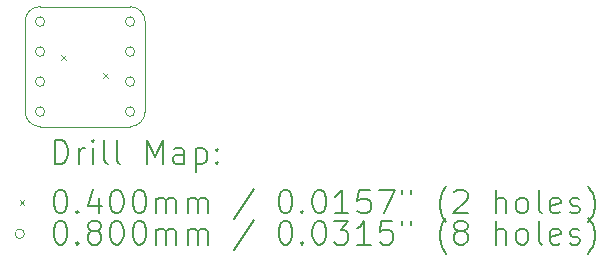
<source format=gbr>
%TF.GenerationSoftware,KiCad,Pcbnew,(6.0.7-1)-1*%
%TF.CreationDate,2022-08-10T01:27:00+02:00*%
%TF.ProjectId,soic8_3.9x4.9_to_dip,736f6963-385f-4332-9e39-78342e395f74,rev?*%
%TF.SameCoordinates,Original*%
%TF.FileFunction,Drillmap*%
%TF.FilePolarity,Positive*%
%FSLAX45Y45*%
G04 Gerber Fmt 4.5, Leading zero omitted, Abs format (unit mm)*
G04 Created by KiCad (PCBNEW (6.0.7-1)-1) date 2022-08-10 01:27:00*
%MOMM*%
%LPD*%
G01*
G04 APERTURE LIST*
%ADD10C,0.100000*%
%ADD11C,0.200000*%
%ADD12C,0.040000*%
%ADD13C,0.080000*%
G04 APERTURE END LIST*
D10*
X11430000Y-9779000D02*
X10668000Y-9779000D01*
X10668000Y-8763000D02*
X11430000Y-8763000D01*
X10668000Y-8763000D02*
G75*
G03*
X10541000Y-8890000I0J-127000D01*
G01*
X10541000Y-9652000D02*
X10541000Y-8890000D01*
X11430000Y-9779000D02*
G75*
G03*
X11557000Y-9652000I0J127000D01*
G01*
X11557000Y-8890000D02*
X11557000Y-9652000D01*
X11557000Y-8890000D02*
G75*
G03*
X11430000Y-8763000I-127000J0D01*
G01*
X10541000Y-9652000D02*
G75*
G03*
X10668000Y-9779000I127000J0D01*
G01*
D11*
D12*
X10848660Y-9177340D02*
X10888660Y-9217340D01*
X10888660Y-9177340D02*
X10848660Y-9217340D01*
X11204260Y-9329740D02*
X11244260Y-9369740D01*
X11244260Y-9329740D02*
X11204260Y-9369740D01*
D13*
X10708000Y-8890000D02*
G75*
G03*
X10708000Y-8890000I-40000J0D01*
G01*
X10708000Y-9144000D02*
G75*
G03*
X10708000Y-9144000I-40000J0D01*
G01*
X10708000Y-9398000D02*
G75*
G03*
X10708000Y-9398000I-40000J0D01*
G01*
X10708000Y-9652000D02*
G75*
G03*
X10708000Y-9652000I-40000J0D01*
G01*
X11470000Y-8890000D02*
G75*
G03*
X11470000Y-8890000I-40000J0D01*
G01*
X11470000Y-9144000D02*
G75*
G03*
X11470000Y-9144000I-40000J0D01*
G01*
X11470000Y-9398000D02*
G75*
G03*
X11470000Y-9398000I-40000J0D01*
G01*
X11470000Y-9652000D02*
G75*
G03*
X11470000Y-9652000I-40000J0D01*
G01*
D11*
X10793619Y-10094476D02*
X10793619Y-9894476D01*
X10841238Y-9894476D01*
X10869810Y-9904000D01*
X10888857Y-9923048D01*
X10898381Y-9942095D01*
X10907905Y-9980190D01*
X10907905Y-10008762D01*
X10898381Y-10046857D01*
X10888857Y-10065905D01*
X10869810Y-10084952D01*
X10841238Y-10094476D01*
X10793619Y-10094476D01*
X10993619Y-10094476D02*
X10993619Y-9961143D01*
X10993619Y-9999238D02*
X11003143Y-9980190D01*
X11012667Y-9970667D01*
X11031714Y-9961143D01*
X11050762Y-9961143D01*
X11117429Y-10094476D02*
X11117429Y-9961143D01*
X11117429Y-9894476D02*
X11107905Y-9904000D01*
X11117429Y-9913524D01*
X11126952Y-9904000D01*
X11117429Y-9894476D01*
X11117429Y-9913524D01*
X11241238Y-10094476D02*
X11222190Y-10084952D01*
X11212667Y-10065905D01*
X11212667Y-9894476D01*
X11346000Y-10094476D02*
X11326952Y-10084952D01*
X11317428Y-10065905D01*
X11317428Y-9894476D01*
X11574571Y-10094476D02*
X11574571Y-9894476D01*
X11641238Y-10037333D01*
X11707905Y-9894476D01*
X11707905Y-10094476D01*
X11888857Y-10094476D02*
X11888857Y-9989714D01*
X11879333Y-9970667D01*
X11860286Y-9961143D01*
X11822190Y-9961143D01*
X11803143Y-9970667D01*
X11888857Y-10084952D02*
X11869809Y-10094476D01*
X11822190Y-10094476D01*
X11803143Y-10084952D01*
X11793619Y-10065905D01*
X11793619Y-10046857D01*
X11803143Y-10027810D01*
X11822190Y-10018286D01*
X11869809Y-10018286D01*
X11888857Y-10008762D01*
X11984095Y-9961143D02*
X11984095Y-10161143D01*
X11984095Y-9970667D02*
X12003143Y-9961143D01*
X12041238Y-9961143D01*
X12060286Y-9970667D01*
X12069809Y-9980190D01*
X12079333Y-9999238D01*
X12079333Y-10056381D01*
X12069809Y-10075429D01*
X12060286Y-10084952D01*
X12041238Y-10094476D01*
X12003143Y-10094476D01*
X11984095Y-10084952D01*
X12165048Y-10075429D02*
X12174571Y-10084952D01*
X12165048Y-10094476D01*
X12155524Y-10084952D01*
X12165048Y-10075429D01*
X12165048Y-10094476D01*
X12165048Y-9970667D02*
X12174571Y-9980190D01*
X12165048Y-9989714D01*
X12155524Y-9980190D01*
X12165048Y-9970667D01*
X12165048Y-9989714D01*
D12*
X10496000Y-10404000D02*
X10536000Y-10444000D01*
X10536000Y-10404000D02*
X10496000Y-10444000D01*
D11*
X10831714Y-10314476D02*
X10850762Y-10314476D01*
X10869810Y-10324000D01*
X10879333Y-10333524D01*
X10888857Y-10352571D01*
X10898381Y-10390667D01*
X10898381Y-10438286D01*
X10888857Y-10476381D01*
X10879333Y-10495429D01*
X10869810Y-10504952D01*
X10850762Y-10514476D01*
X10831714Y-10514476D01*
X10812667Y-10504952D01*
X10803143Y-10495429D01*
X10793619Y-10476381D01*
X10784095Y-10438286D01*
X10784095Y-10390667D01*
X10793619Y-10352571D01*
X10803143Y-10333524D01*
X10812667Y-10324000D01*
X10831714Y-10314476D01*
X10984095Y-10495429D02*
X10993619Y-10504952D01*
X10984095Y-10514476D01*
X10974571Y-10504952D01*
X10984095Y-10495429D01*
X10984095Y-10514476D01*
X11165048Y-10381143D02*
X11165048Y-10514476D01*
X11117429Y-10304952D02*
X11069810Y-10447810D01*
X11193619Y-10447810D01*
X11307905Y-10314476D02*
X11326952Y-10314476D01*
X11346000Y-10324000D01*
X11355524Y-10333524D01*
X11365048Y-10352571D01*
X11374571Y-10390667D01*
X11374571Y-10438286D01*
X11365048Y-10476381D01*
X11355524Y-10495429D01*
X11346000Y-10504952D01*
X11326952Y-10514476D01*
X11307905Y-10514476D01*
X11288857Y-10504952D01*
X11279333Y-10495429D01*
X11269809Y-10476381D01*
X11260286Y-10438286D01*
X11260286Y-10390667D01*
X11269809Y-10352571D01*
X11279333Y-10333524D01*
X11288857Y-10324000D01*
X11307905Y-10314476D01*
X11498381Y-10314476D02*
X11517428Y-10314476D01*
X11536476Y-10324000D01*
X11546000Y-10333524D01*
X11555524Y-10352571D01*
X11565048Y-10390667D01*
X11565048Y-10438286D01*
X11555524Y-10476381D01*
X11546000Y-10495429D01*
X11536476Y-10504952D01*
X11517428Y-10514476D01*
X11498381Y-10514476D01*
X11479333Y-10504952D01*
X11469809Y-10495429D01*
X11460286Y-10476381D01*
X11450762Y-10438286D01*
X11450762Y-10390667D01*
X11460286Y-10352571D01*
X11469809Y-10333524D01*
X11479333Y-10324000D01*
X11498381Y-10314476D01*
X11650762Y-10514476D02*
X11650762Y-10381143D01*
X11650762Y-10400190D02*
X11660286Y-10390667D01*
X11679333Y-10381143D01*
X11707905Y-10381143D01*
X11726952Y-10390667D01*
X11736476Y-10409714D01*
X11736476Y-10514476D01*
X11736476Y-10409714D02*
X11746000Y-10390667D01*
X11765048Y-10381143D01*
X11793619Y-10381143D01*
X11812667Y-10390667D01*
X11822190Y-10409714D01*
X11822190Y-10514476D01*
X11917428Y-10514476D02*
X11917428Y-10381143D01*
X11917428Y-10400190D02*
X11926952Y-10390667D01*
X11946000Y-10381143D01*
X11974571Y-10381143D01*
X11993619Y-10390667D01*
X12003143Y-10409714D01*
X12003143Y-10514476D01*
X12003143Y-10409714D02*
X12012667Y-10390667D01*
X12031714Y-10381143D01*
X12060286Y-10381143D01*
X12079333Y-10390667D01*
X12088857Y-10409714D01*
X12088857Y-10514476D01*
X12479333Y-10304952D02*
X12307905Y-10562095D01*
X12736476Y-10314476D02*
X12755524Y-10314476D01*
X12774571Y-10324000D01*
X12784095Y-10333524D01*
X12793619Y-10352571D01*
X12803143Y-10390667D01*
X12803143Y-10438286D01*
X12793619Y-10476381D01*
X12784095Y-10495429D01*
X12774571Y-10504952D01*
X12755524Y-10514476D01*
X12736476Y-10514476D01*
X12717428Y-10504952D01*
X12707905Y-10495429D01*
X12698381Y-10476381D01*
X12688857Y-10438286D01*
X12688857Y-10390667D01*
X12698381Y-10352571D01*
X12707905Y-10333524D01*
X12717428Y-10324000D01*
X12736476Y-10314476D01*
X12888857Y-10495429D02*
X12898381Y-10504952D01*
X12888857Y-10514476D01*
X12879333Y-10504952D01*
X12888857Y-10495429D01*
X12888857Y-10514476D01*
X13022190Y-10314476D02*
X13041238Y-10314476D01*
X13060286Y-10324000D01*
X13069809Y-10333524D01*
X13079333Y-10352571D01*
X13088857Y-10390667D01*
X13088857Y-10438286D01*
X13079333Y-10476381D01*
X13069809Y-10495429D01*
X13060286Y-10504952D01*
X13041238Y-10514476D01*
X13022190Y-10514476D01*
X13003143Y-10504952D01*
X12993619Y-10495429D01*
X12984095Y-10476381D01*
X12974571Y-10438286D01*
X12974571Y-10390667D01*
X12984095Y-10352571D01*
X12993619Y-10333524D01*
X13003143Y-10324000D01*
X13022190Y-10314476D01*
X13279333Y-10514476D02*
X13165048Y-10514476D01*
X13222190Y-10514476D02*
X13222190Y-10314476D01*
X13203143Y-10343048D01*
X13184095Y-10362095D01*
X13165048Y-10371619D01*
X13460286Y-10314476D02*
X13365048Y-10314476D01*
X13355524Y-10409714D01*
X13365048Y-10400190D01*
X13384095Y-10390667D01*
X13431714Y-10390667D01*
X13450762Y-10400190D01*
X13460286Y-10409714D01*
X13469809Y-10428762D01*
X13469809Y-10476381D01*
X13460286Y-10495429D01*
X13450762Y-10504952D01*
X13431714Y-10514476D01*
X13384095Y-10514476D01*
X13365048Y-10504952D01*
X13355524Y-10495429D01*
X13536476Y-10314476D02*
X13669809Y-10314476D01*
X13584095Y-10514476D01*
X13736476Y-10314476D02*
X13736476Y-10352571D01*
X13812667Y-10314476D02*
X13812667Y-10352571D01*
X14107905Y-10590667D02*
X14098381Y-10581143D01*
X14079333Y-10552571D01*
X14069809Y-10533524D01*
X14060286Y-10504952D01*
X14050762Y-10457333D01*
X14050762Y-10419238D01*
X14060286Y-10371619D01*
X14069809Y-10343048D01*
X14079333Y-10324000D01*
X14098381Y-10295429D01*
X14107905Y-10285905D01*
X14174571Y-10333524D02*
X14184095Y-10324000D01*
X14203143Y-10314476D01*
X14250762Y-10314476D01*
X14269809Y-10324000D01*
X14279333Y-10333524D01*
X14288857Y-10352571D01*
X14288857Y-10371619D01*
X14279333Y-10400190D01*
X14165048Y-10514476D01*
X14288857Y-10514476D01*
X14526952Y-10514476D02*
X14526952Y-10314476D01*
X14612667Y-10514476D02*
X14612667Y-10409714D01*
X14603143Y-10390667D01*
X14584095Y-10381143D01*
X14555524Y-10381143D01*
X14536476Y-10390667D01*
X14526952Y-10400190D01*
X14736476Y-10514476D02*
X14717428Y-10504952D01*
X14707905Y-10495429D01*
X14698381Y-10476381D01*
X14698381Y-10419238D01*
X14707905Y-10400190D01*
X14717428Y-10390667D01*
X14736476Y-10381143D01*
X14765048Y-10381143D01*
X14784095Y-10390667D01*
X14793619Y-10400190D01*
X14803143Y-10419238D01*
X14803143Y-10476381D01*
X14793619Y-10495429D01*
X14784095Y-10504952D01*
X14765048Y-10514476D01*
X14736476Y-10514476D01*
X14917428Y-10514476D02*
X14898381Y-10504952D01*
X14888857Y-10485905D01*
X14888857Y-10314476D01*
X15069809Y-10504952D02*
X15050762Y-10514476D01*
X15012667Y-10514476D01*
X14993619Y-10504952D01*
X14984095Y-10485905D01*
X14984095Y-10409714D01*
X14993619Y-10390667D01*
X15012667Y-10381143D01*
X15050762Y-10381143D01*
X15069809Y-10390667D01*
X15079333Y-10409714D01*
X15079333Y-10428762D01*
X14984095Y-10447810D01*
X15155524Y-10504952D02*
X15174571Y-10514476D01*
X15212667Y-10514476D01*
X15231714Y-10504952D01*
X15241238Y-10485905D01*
X15241238Y-10476381D01*
X15231714Y-10457333D01*
X15212667Y-10447810D01*
X15184095Y-10447810D01*
X15165048Y-10438286D01*
X15155524Y-10419238D01*
X15155524Y-10409714D01*
X15165048Y-10390667D01*
X15184095Y-10381143D01*
X15212667Y-10381143D01*
X15231714Y-10390667D01*
X15307905Y-10590667D02*
X15317428Y-10581143D01*
X15336476Y-10552571D01*
X15346000Y-10533524D01*
X15355524Y-10504952D01*
X15365048Y-10457333D01*
X15365048Y-10419238D01*
X15355524Y-10371619D01*
X15346000Y-10343048D01*
X15336476Y-10324000D01*
X15317428Y-10295429D01*
X15307905Y-10285905D01*
D13*
X10536000Y-10688000D02*
G75*
G03*
X10536000Y-10688000I-40000J0D01*
G01*
D11*
X10831714Y-10578476D02*
X10850762Y-10578476D01*
X10869810Y-10588000D01*
X10879333Y-10597524D01*
X10888857Y-10616571D01*
X10898381Y-10654667D01*
X10898381Y-10702286D01*
X10888857Y-10740381D01*
X10879333Y-10759429D01*
X10869810Y-10768952D01*
X10850762Y-10778476D01*
X10831714Y-10778476D01*
X10812667Y-10768952D01*
X10803143Y-10759429D01*
X10793619Y-10740381D01*
X10784095Y-10702286D01*
X10784095Y-10654667D01*
X10793619Y-10616571D01*
X10803143Y-10597524D01*
X10812667Y-10588000D01*
X10831714Y-10578476D01*
X10984095Y-10759429D02*
X10993619Y-10768952D01*
X10984095Y-10778476D01*
X10974571Y-10768952D01*
X10984095Y-10759429D01*
X10984095Y-10778476D01*
X11107905Y-10664190D02*
X11088857Y-10654667D01*
X11079333Y-10645143D01*
X11069810Y-10626095D01*
X11069810Y-10616571D01*
X11079333Y-10597524D01*
X11088857Y-10588000D01*
X11107905Y-10578476D01*
X11146000Y-10578476D01*
X11165048Y-10588000D01*
X11174571Y-10597524D01*
X11184095Y-10616571D01*
X11184095Y-10626095D01*
X11174571Y-10645143D01*
X11165048Y-10654667D01*
X11146000Y-10664190D01*
X11107905Y-10664190D01*
X11088857Y-10673714D01*
X11079333Y-10683238D01*
X11069810Y-10702286D01*
X11069810Y-10740381D01*
X11079333Y-10759429D01*
X11088857Y-10768952D01*
X11107905Y-10778476D01*
X11146000Y-10778476D01*
X11165048Y-10768952D01*
X11174571Y-10759429D01*
X11184095Y-10740381D01*
X11184095Y-10702286D01*
X11174571Y-10683238D01*
X11165048Y-10673714D01*
X11146000Y-10664190D01*
X11307905Y-10578476D02*
X11326952Y-10578476D01*
X11346000Y-10588000D01*
X11355524Y-10597524D01*
X11365048Y-10616571D01*
X11374571Y-10654667D01*
X11374571Y-10702286D01*
X11365048Y-10740381D01*
X11355524Y-10759429D01*
X11346000Y-10768952D01*
X11326952Y-10778476D01*
X11307905Y-10778476D01*
X11288857Y-10768952D01*
X11279333Y-10759429D01*
X11269809Y-10740381D01*
X11260286Y-10702286D01*
X11260286Y-10654667D01*
X11269809Y-10616571D01*
X11279333Y-10597524D01*
X11288857Y-10588000D01*
X11307905Y-10578476D01*
X11498381Y-10578476D02*
X11517428Y-10578476D01*
X11536476Y-10588000D01*
X11546000Y-10597524D01*
X11555524Y-10616571D01*
X11565048Y-10654667D01*
X11565048Y-10702286D01*
X11555524Y-10740381D01*
X11546000Y-10759429D01*
X11536476Y-10768952D01*
X11517428Y-10778476D01*
X11498381Y-10778476D01*
X11479333Y-10768952D01*
X11469809Y-10759429D01*
X11460286Y-10740381D01*
X11450762Y-10702286D01*
X11450762Y-10654667D01*
X11460286Y-10616571D01*
X11469809Y-10597524D01*
X11479333Y-10588000D01*
X11498381Y-10578476D01*
X11650762Y-10778476D02*
X11650762Y-10645143D01*
X11650762Y-10664190D02*
X11660286Y-10654667D01*
X11679333Y-10645143D01*
X11707905Y-10645143D01*
X11726952Y-10654667D01*
X11736476Y-10673714D01*
X11736476Y-10778476D01*
X11736476Y-10673714D02*
X11746000Y-10654667D01*
X11765048Y-10645143D01*
X11793619Y-10645143D01*
X11812667Y-10654667D01*
X11822190Y-10673714D01*
X11822190Y-10778476D01*
X11917428Y-10778476D02*
X11917428Y-10645143D01*
X11917428Y-10664190D02*
X11926952Y-10654667D01*
X11946000Y-10645143D01*
X11974571Y-10645143D01*
X11993619Y-10654667D01*
X12003143Y-10673714D01*
X12003143Y-10778476D01*
X12003143Y-10673714D02*
X12012667Y-10654667D01*
X12031714Y-10645143D01*
X12060286Y-10645143D01*
X12079333Y-10654667D01*
X12088857Y-10673714D01*
X12088857Y-10778476D01*
X12479333Y-10568952D02*
X12307905Y-10826095D01*
X12736476Y-10578476D02*
X12755524Y-10578476D01*
X12774571Y-10588000D01*
X12784095Y-10597524D01*
X12793619Y-10616571D01*
X12803143Y-10654667D01*
X12803143Y-10702286D01*
X12793619Y-10740381D01*
X12784095Y-10759429D01*
X12774571Y-10768952D01*
X12755524Y-10778476D01*
X12736476Y-10778476D01*
X12717428Y-10768952D01*
X12707905Y-10759429D01*
X12698381Y-10740381D01*
X12688857Y-10702286D01*
X12688857Y-10654667D01*
X12698381Y-10616571D01*
X12707905Y-10597524D01*
X12717428Y-10588000D01*
X12736476Y-10578476D01*
X12888857Y-10759429D02*
X12898381Y-10768952D01*
X12888857Y-10778476D01*
X12879333Y-10768952D01*
X12888857Y-10759429D01*
X12888857Y-10778476D01*
X13022190Y-10578476D02*
X13041238Y-10578476D01*
X13060286Y-10588000D01*
X13069809Y-10597524D01*
X13079333Y-10616571D01*
X13088857Y-10654667D01*
X13088857Y-10702286D01*
X13079333Y-10740381D01*
X13069809Y-10759429D01*
X13060286Y-10768952D01*
X13041238Y-10778476D01*
X13022190Y-10778476D01*
X13003143Y-10768952D01*
X12993619Y-10759429D01*
X12984095Y-10740381D01*
X12974571Y-10702286D01*
X12974571Y-10654667D01*
X12984095Y-10616571D01*
X12993619Y-10597524D01*
X13003143Y-10588000D01*
X13022190Y-10578476D01*
X13155524Y-10578476D02*
X13279333Y-10578476D01*
X13212667Y-10654667D01*
X13241238Y-10654667D01*
X13260286Y-10664190D01*
X13269809Y-10673714D01*
X13279333Y-10692762D01*
X13279333Y-10740381D01*
X13269809Y-10759429D01*
X13260286Y-10768952D01*
X13241238Y-10778476D01*
X13184095Y-10778476D01*
X13165048Y-10768952D01*
X13155524Y-10759429D01*
X13469809Y-10778476D02*
X13355524Y-10778476D01*
X13412667Y-10778476D02*
X13412667Y-10578476D01*
X13393619Y-10607048D01*
X13374571Y-10626095D01*
X13355524Y-10635619D01*
X13650762Y-10578476D02*
X13555524Y-10578476D01*
X13546000Y-10673714D01*
X13555524Y-10664190D01*
X13574571Y-10654667D01*
X13622190Y-10654667D01*
X13641238Y-10664190D01*
X13650762Y-10673714D01*
X13660286Y-10692762D01*
X13660286Y-10740381D01*
X13650762Y-10759429D01*
X13641238Y-10768952D01*
X13622190Y-10778476D01*
X13574571Y-10778476D01*
X13555524Y-10768952D01*
X13546000Y-10759429D01*
X13736476Y-10578476D02*
X13736476Y-10616571D01*
X13812667Y-10578476D02*
X13812667Y-10616571D01*
X14107905Y-10854667D02*
X14098381Y-10845143D01*
X14079333Y-10816571D01*
X14069809Y-10797524D01*
X14060286Y-10768952D01*
X14050762Y-10721333D01*
X14050762Y-10683238D01*
X14060286Y-10635619D01*
X14069809Y-10607048D01*
X14079333Y-10588000D01*
X14098381Y-10559429D01*
X14107905Y-10549905D01*
X14212667Y-10664190D02*
X14193619Y-10654667D01*
X14184095Y-10645143D01*
X14174571Y-10626095D01*
X14174571Y-10616571D01*
X14184095Y-10597524D01*
X14193619Y-10588000D01*
X14212667Y-10578476D01*
X14250762Y-10578476D01*
X14269809Y-10588000D01*
X14279333Y-10597524D01*
X14288857Y-10616571D01*
X14288857Y-10626095D01*
X14279333Y-10645143D01*
X14269809Y-10654667D01*
X14250762Y-10664190D01*
X14212667Y-10664190D01*
X14193619Y-10673714D01*
X14184095Y-10683238D01*
X14174571Y-10702286D01*
X14174571Y-10740381D01*
X14184095Y-10759429D01*
X14193619Y-10768952D01*
X14212667Y-10778476D01*
X14250762Y-10778476D01*
X14269809Y-10768952D01*
X14279333Y-10759429D01*
X14288857Y-10740381D01*
X14288857Y-10702286D01*
X14279333Y-10683238D01*
X14269809Y-10673714D01*
X14250762Y-10664190D01*
X14526952Y-10778476D02*
X14526952Y-10578476D01*
X14612667Y-10778476D02*
X14612667Y-10673714D01*
X14603143Y-10654667D01*
X14584095Y-10645143D01*
X14555524Y-10645143D01*
X14536476Y-10654667D01*
X14526952Y-10664190D01*
X14736476Y-10778476D02*
X14717428Y-10768952D01*
X14707905Y-10759429D01*
X14698381Y-10740381D01*
X14698381Y-10683238D01*
X14707905Y-10664190D01*
X14717428Y-10654667D01*
X14736476Y-10645143D01*
X14765048Y-10645143D01*
X14784095Y-10654667D01*
X14793619Y-10664190D01*
X14803143Y-10683238D01*
X14803143Y-10740381D01*
X14793619Y-10759429D01*
X14784095Y-10768952D01*
X14765048Y-10778476D01*
X14736476Y-10778476D01*
X14917428Y-10778476D02*
X14898381Y-10768952D01*
X14888857Y-10749905D01*
X14888857Y-10578476D01*
X15069809Y-10768952D02*
X15050762Y-10778476D01*
X15012667Y-10778476D01*
X14993619Y-10768952D01*
X14984095Y-10749905D01*
X14984095Y-10673714D01*
X14993619Y-10654667D01*
X15012667Y-10645143D01*
X15050762Y-10645143D01*
X15069809Y-10654667D01*
X15079333Y-10673714D01*
X15079333Y-10692762D01*
X14984095Y-10711810D01*
X15155524Y-10768952D02*
X15174571Y-10778476D01*
X15212667Y-10778476D01*
X15231714Y-10768952D01*
X15241238Y-10749905D01*
X15241238Y-10740381D01*
X15231714Y-10721333D01*
X15212667Y-10711810D01*
X15184095Y-10711810D01*
X15165048Y-10702286D01*
X15155524Y-10683238D01*
X15155524Y-10673714D01*
X15165048Y-10654667D01*
X15184095Y-10645143D01*
X15212667Y-10645143D01*
X15231714Y-10654667D01*
X15307905Y-10854667D02*
X15317428Y-10845143D01*
X15336476Y-10816571D01*
X15346000Y-10797524D01*
X15355524Y-10768952D01*
X15365048Y-10721333D01*
X15365048Y-10683238D01*
X15355524Y-10635619D01*
X15346000Y-10607048D01*
X15336476Y-10588000D01*
X15317428Y-10559429D01*
X15307905Y-10549905D01*
M02*

</source>
